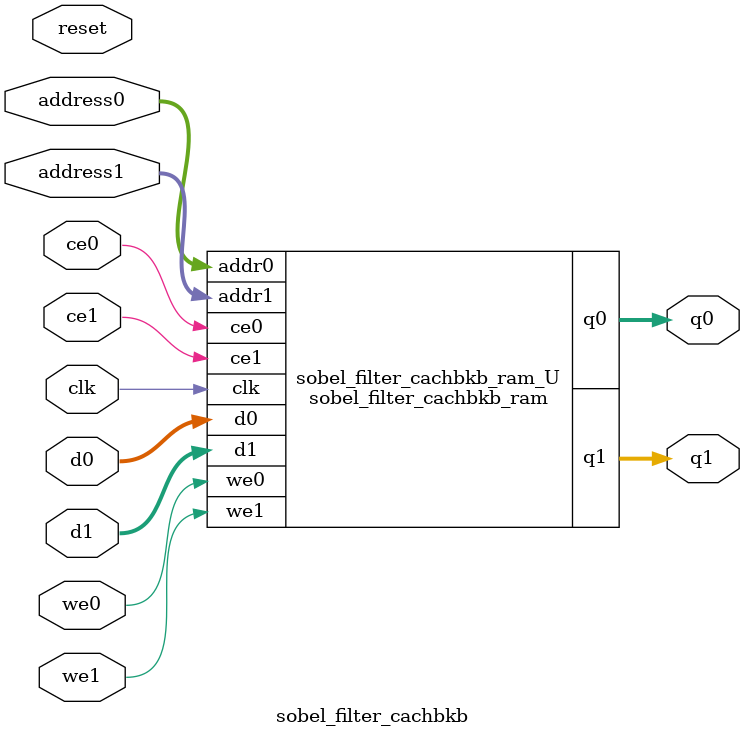
<source format=v>

`timescale 1 ns / 1 ps
module sobel_filter_cachbkb_ram (addr0, ce0, d0, we0, q0, addr1, ce1, d1, we1, q1,  clk);

parameter DWIDTH = 8;
parameter AWIDTH = 11;
parameter MEM_SIZE = 1920;

input[AWIDTH-1:0] addr0;
input ce0;
input[DWIDTH-1:0] d0;
input we0;
output reg[DWIDTH-1:0] q0;
input[AWIDTH-1:0] addr1;
input ce1;
input[DWIDTH-1:0] d1;
input we1;
output reg[DWIDTH-1:0] q1;
input clk;

(* ram_style = "block" *)reg [DWIDTH-1:0] ram[0:MEM_SIZE-1];




always @(posedge clk)  
begin 
    if (ce0) 
    begin
        if (we0) 
        begin 
            ram[addr0] <= d0; 
            q0 <= d0;
        end 
        else 
            q0 <= ram[addr0];
    end
end


always @(posedge clk)  
begin 
    if (ce1) 
    begin
        if (we1) 
        begin 
            ram[addr1] <= d1; 
            q1 <= d1;
        end 
        else 
            q1 <= ram[addr1];
    end
end


endmodule


`timescale 1 ns / 1 ps
module sobel_filter_cachbkb(
    reset,
    clk,
    address0,
    ce0,
    we0,
    d0,
    q0,
    address1,
    ce1,
    we1,
    d1,
    q1);

parameter DataWidth = 32'd8;
parameter AddressRange = 32'd1920;
parameter AddressWidth = 32'd11;
input reset;
input clk;
input[AddressWidth - 1:0] address0;
input ce0;
input we0;
input[DataWidth - 1:0] d0;
output[DataWidth - 1:0] q0;
input[AddressWidth - 1:0] address1;
input ce1;
input we1;
input[DataWidth - 1:0] d1;
output[DataWidth - 1:0] q1;



sobel_filter_cachbkb_ram sobel_filter_cachbkb_ram_U(
    .clk( clk ),
    .addr0( address0 ),
    .ce0( ce0 ),
    .d0( d0 ),
    .we0( we0 ),
    .q0( q0 ),
    .addr1( address1 ),
    .ce1( ce1 ),
    .d1( d1 ),
    .we1( we1 ),
    .q1( q1 ));

endmodule


</source>
